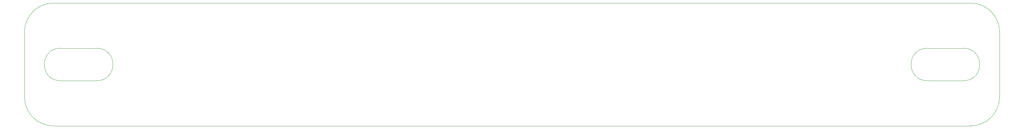
<source format=gbr>
G04 #@! TF.GenerationSoftware,KiCad,Pcbnew,(5.1.4)-1*
G04 #@! TF.CreationDate,2020-09-16T17:38:36+01:00*
G04 #@! TF.ProjectId,reflex-io-board,7265666c-6578-42d6-996f-2d626f617264,rev?*
G04 #@! TF.SameCoordinates,Original*
G04 #@! TF.FileFunction,Profile,NP*
%FSLAX46Y46*%
G04 Gerber Fmt 4.6, Leading zero omitted, Abs format (unit mm)*
G04 Created by KiCad (PCBNEW (5.1.4)-1) date 2020-09-16 17:38:36*
%MOMM*%
%LPD*%
G04 APERTURE LIST*
%ADD10C,0.050000*%
G04 APERTURE END LIST*
D10*
X21000000Y-140000000D02*
X275000000Y-140000000D01*
X21000000Y-106000000D02*
X275000000Y-106000000D01*
X273000000Y-118500000D02*
G75*
G02X273000000Y-127500000I0J-4500000D01*
G01*
X283000000Y-132000000D02*
X283000000Y-114000000D01*
X283000000Y-132000000D02*
G75*
G02X275000000Y-140000000I-8000000J0D01*
G01*
X273000000Y-127500000D02*
X263000000Y-127500000D01*
X263000000Y-127500000D02*
G75*
G02X263000000Y-118500000I0J4500000D01*
G01*
X273000000Y-118500000D02*
X263000000Y-118500000D01*
X275000000Y-106000000D02*
G75*
G02X283000000Y-114000000I0J-8000000D01*
G01*
X23000000Y-127500000D02*
X33000000Y-127500000D01*
X23000000Y-118500000D02*
X33000000Y-118500000D01*
X33000000Y-118500000D02*
G75*
G02X33000000Y-127500000I0J-4500000D01*
G01*
X23000000Y-127500000D02*
G75*
G02X23000000Y-118500000I0J4500000D01*
G01*
X13000000Y-114000000D02*
X13000000Y-132000000D01*
X13000000Y-114000000D02*
G75*
G02X21000000Y-106000000I8000000J0D01*
G01*
X21000000Y-140000000D02*
G75*
G02X13000000Y-132000000I0J8000000D01*
G01*
M02*

</source>
